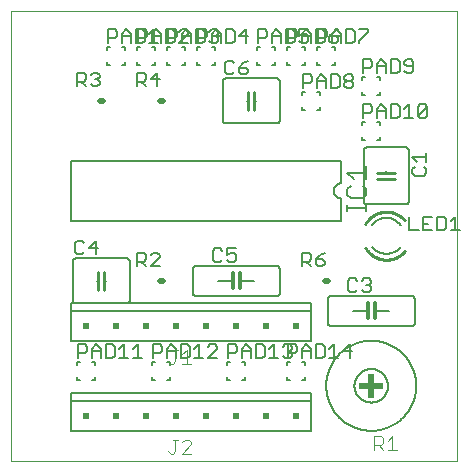
<source format=gto>
G75*
%MOIN*%
%OFA0B0*%
%FSLAX25Y25*%
%IPPOS*%
%LPD*%
%AMOC8*
5,1,8,0,0,1.08239X$1,22.5*
%
%ADD10C,0.00000*%
%ADD11C,0.00600*%
%ADD12C,0.00700*%
%ADD13C,0.00500*%
%ADD14C,0.01000*%
%ADD15C,0.01200*%
%ADD16C,0.00400*%
%ADD17R,0.02000X0.02000*%
%ADD18R,0.08000X0.02000*%
%ADD19R,0.02000X0.08000*%
%ADD20C,0.02000*%
D10*
X0001000Y0001000D02*
X0001000Y0150961D01*
X0149701Y0150961D01*
X0149701Y0001000D01*
X0001000Y0001000D01*
D11*
X0021000Y0011000D02*
X0021000Y0021000D01*
X0021000Y0023500D01*
X0101000Y0023500D01*
X0101000Y0021000D01*
X0101000Y0011000D01*
X0021000Y0011000D01*
X0021000Y0021000D02*
X0101000Y0021000D01*
X0099000Y0028000D02*
X0098000Y0028000D01*
X0099000Y0028000D02*
X0099000Y0029000D01*
X0099000Y0033000D02*
X0099000Y0034000D01*
X0098000Y0034000D01*
X0094000Y0034000D02*
X0093000Y0034000D01*
X0093000Y0033000D01*
X0093000Y0029000D02*
X0093000Y0028000D01*
X0094000Y0028000D01*
X0101000Y0041000D02*
X0021000Y0041000D01*
X0021000Y0051000D01*
X0021000Y0053500D01*
X0101000Y0053500D01*
X0101000Y0051000D01*
X0101000Y0041000D01*
X0106500Y0047000D02*
X0106500Y0055000D01*
X0106502Y0055060D01*
X0106507Y0055121D01*
X0106516Y0055180D01*
X0106529Y0055239D01*
X0106545Y0055298D01*
X0106565Y0055355D01*
X0106588Y0055410D01*
X0106615Y0055465D01*
X0106644Y0055517D01*
X0106677Y0055568D01*
X0106713Y0055617D01*
X0106751Y0055663D01*
X0106793Y0055707D01*
X0106837Y0055749D01*
X0106883Y0055787D01*
X0106932Y0055823D01*
X0106983Y0055856D01*
X0107035Y0055885D01*
X0107090Y0055912D01*
X0107145Y0055935D01*
X0107202Y0055955D01*
X0107261Y0055971D01*
X0107320Y0055984D01*
X0107379Y0055993D01*
X0107440Y0055998D01*
X0107500Y0056000D01*
X0134500Y0056000D01*
X0134560Y0055998D01*
X0134621Y0055993D01*
X0134680Y0055984D01*
X0134739Y0055971D01*
X0134798Y0055955D01*
X0134855Y0055935D01*
X0134910Y0055912D01*
X0134965Y0055885D01*
X0135017Y0055856D01*
X0135068Y0055823D01*
X0135117Y0055787D01*
X0135163Y0055749D01*
X0135207Y0055707D01*
X0135249Y0055663D01*
X0135287Y0055617D01*
X0135323Y0055568D01*
X0135356Y0055517D01*
X0135385Y0055465D01*
X0135412Y0055410D01*
X0135435Y0055355D01*
X0135455Y0055298D01*
X0135471Y0055239D01*
X0135484Y0055180D01*
X0135493Y0055121D01*
X0135498Y0055060D01*
X0135500Y0055000D01*
X0135500Y0047000D01*
X0135498Y0046940D01*
X0135493Y0046879D01*
X0135484Y0046820D01*
X0135471Y0046761D01*
X0135455Y0046702D01*
X0135435Y0046645D01*
X0135412Y0046590D01*
X0135385Y0046535D01*
X0135356Y0046483D01*
X0135323Y0046432D01*
X0135287Y0046383D01*
X0135249Y0046337D01*
X0135207Y0046293D01*
X0135163Y0046251D01*
X0135117Y0046213D01*
X0135068Y0046177D01*
X0135017Y0046144D01*
X0134965Y0046115D01*
X0134910Y0046088D01*
X0134855Y0046065D01*
X0134798Y0046045D01*
X0134739Y0046029D01*
X0134680Y0046016D01*
X0134621Y0046007D01*
X0134560Y0046002D01*
X0134500Y0046000D01*
X0107500Y0046000D01*
X0107440Y0046002D01*
X0107379Y0046007D01*
X0107320Y0046016D01*
X0107261Y0046029D01*
X0107202Y0046045D01*
X0107145Y0046065D01*
X0107090Y0046088D01*
X0107035Y0046115D01*
X0106983Y0046144D01*
X0106932Y0046177D01*
X0106883Y0046213D01*
X0106837Y0046251D01*
X0106793Y0046293D01*
X0106751Y0046337D01*
X0106713Y0046383D01*
X0106677Y0046432D01*
X0106644Y0046483D01*
X0106615Y0046535D01*
X0106588Y0046590D01*
X0106565Y0046645D01*
X0106545Y0046702D01*
X0106529Y0046761D01*
X0106516Y0046820D01*
X0106507Y0046879D01*
X0106502Y0046940D01*
X0106500Y0047000D01*
X0101000Y0051000D02*
X0021000Y0051000D01*
X0022500Y0053500D02*
X0039500Y0053500D01*
X0039560Y0053502D01*
X0039621Y0053507D01*
X0039680Y0053516D01*
X0039739Y0053529D01*
X0039798Y0053545D01*
X0039855Y0053565D01*
X0039910Y0053588D01*
X0039965Y0053615D01*
X0040017Y0053644D01*
X0040068Y0053677D01*
X0040117Y0053713D01*
X0040163Y0053751D01*
X0040207Y0053793D01*
X0040249Y0053837D01*
X0040287Y0053883D01*
X0040323Y0053932D01*
X0040356Y0053983D01*
X0040385Y0054035D01*
X0040412Y0054090D01*
X0040435Y0054145D01*
X0040455Y0054202D01*
X0040471Y0054261D01*
X0040484Y0054320D01*
X0040493Y0054379D01*
X0040498Y0054440D01*
X0040500Y0054500D01*
X0040500Y0067500D01*
X0040498Y0067560D01*
X0040493Y0067621D01*
X0040484Y0067680D01*
X0040471Y0067739D01*
X0040455Y0067798D01*
X0040435Y0067855D01*
X0040412Y0067910D01*
X0040385Y0067965D01*
X0040356Y0068017D01*
X0040323Y0068068D01*
X0040287Y0068117D01*
X0040249Y0068163D01*
X0040207Y0068207D01*
X0040163Y0068249D01*
X0040117Y0068287D01*
X0040068Y0068323D01*
X0040017Y0068356D01*
X0039965Y0068385D01*
X0039910Y0068412D01*
X0039855Y0068435D01*
X0039798Y0068455D01*
X0039739Y0068471D01*
X0039680Y0068484D01*
X0039621Y0068493D01*
X0039560Y0068498D01*
X0039500Y0068500D01*
X0022500Y0068500D01*
X0022440Y0068498D01*
X0022379Y0068493D01*
X0022320Y0068484D01*
X0022261Y0068471D01*
X0022202Y0068455D01*
X0022145Y0068435D01*
X0022090Y0068412D01*
X0022035Y0068385D01*
X0021983Y0068356D01*
X0021932Y0068323D01*
X0021883Y0068287D01*
X0021837Y0068249D01*
X0021793Y0068207D01*
X0021751Y0068163D01*
X0021713Y0068117D01*
X0021677Y0068068D01*
X0021644Y0068017D01*
X0021615Y0067965D01*
X0021588Y0067910D01*
X0021565Y0067855D01*
X0021545Y0067798D01*
X0021529Y0067739D01*
X0021516Y0067680D01*
X0021507Y0067621D01*
X0021502Y0067560D01*
X0021500Y0067500D01*
X0021500Y0054500D01*
X0021502Y0054440D01*
X0021507Y0054379D01*
X0021516Y0054320D01*
X0021529Y0054261D01*
X0021545Y0054202D01*
X0021565Y0054145D01*
X0021588Y0054090D01*
X0021615Y0054035D01*
X0021644Y0053983D01*
X0021677Y0053932D01*
X0021713Y0053883D01*
X0021751Y0053837D01*
X0021793Y0053793D01*
X0021837Y0053751D01*
X0021883Y0053713D01*
X0021932Y0053677D01*
X0021983Y0053644D01*
X0022035Y0053615D01*
X0022090Y0053588D01*
X0022145Y0053565D01*
X0022202Y0053545D01*
X0022261Y0053529D01*
X0022320Y0053516D01*
X0022379Y0053507D01*
X0022440Y0053502D01*
X0022500Y0053500D01*
X0029500Y0061000D02*
X0030000Y0061000D01*
X0032000Y0061000D02*
X0032500Y0061000D01*
X0021000Y0081000D02*
X0111000Y0081000D01*
X0111000Y0088500D01*
X0110902Y0088502D01*
X0110804Y0088508D01*
X0110706Y0088517D01*
X0110609Y0088531D01*
X0110512Y0088548D01*
X0110416Y0088569D01*
X0110321Y0088594D01*
X0110227Y0088622D01*
X0110135Y0088655D01*
X0110043Y0088690D01*
X0109953Y0088730D01*
X0109865Y0088772D01*
X0109778Y0088819D01*
X0109694Y0088868D01*
X0109611Y0088921D01*
X0109531Y0088977D01*
X0109452Y0089037D01*
X0109376Y0089099D01*
X0109303Y0089164D01*
X0109232Y0089232D01*
X0109164Y0089303D01*
X0109099Y0089376D01*
X0109037Y0089452D01*
X0108977Y0089531D01*
X0108921Y0089611D01*
X0108868Y0089694D01*
X0108819Y0089778D01*
X0108772Y0089865D01*
X0108730Y0089953D01*
X0108690Y0090043D01*
X0108655Y0090135D01*
X0108622Y0090227D01*
X0108594Y0090321D01*
X0108569Y0090416D01*
X0108548Y0090512D01*
X0108531Y0090609D01*
X0108517Y0090706D01*
X0108508Y0090804D01*
X0108502Y0090902D01*
X0108500Y0091000D01*
X0108502Y0091098D01*
X0108508Y0091196D01*
X0108517Y0091294D01*
X0108531Y0091391D01*
X0108548Y0091488D01*
X0108569Y0091584D01*
X0108594Y0091679D01*
X0108622Y0091773D01*
X0108655Y0091865D01*
X0108690Y0091957D01*
X0108730Y0092047D01*
X0108772Y0092135D01*
X0108819Y0092222D01*
X0108868Y0092306D01*
X0108921Y0092389D01*
X0108977Y0092469D01*
X0109037Y0092548D01*
X0109099Y0092624D01*
X0109164Y0092697D01*
X0109232Y0092768D01*
X0109303Y0092836D01*
X0109376Y0092901D01*
X0109452Y0092963D01*
X0109531Y0093023D01*
X0109611Y0093079D01*
X0109694Y0093132D01*
X0109778Y0093181D01*
X0109865Y0093228D01*
X0109953Y0093270D01*
X0110043Y0093310D01*
X0110135Y0093345D01*
X0110227Y0093378D01*
X0110321Y0093406D01*
X0110416Y0093431D01*
X0110512Y0093452D01*
X0110609Y0093469D01*
X0110706Y0093483D01*
X0110804Y0093492D01*
X0110902Y0093498D01*
X0111000Y0093500D01*
X0111000Y0101000D01*
X0021000Y0101000D01*
X0021000Y0081000D01*
X0061500Y0065000D02*
X0061500Y0057000D01*
X0061502Y0056940D01*
X0061507Y0056879D01*
X0061516Y0056820D01*
X0061529Y0056761D01*
X0061545Y0056702D01*
X0061565Y0056645D01*
X0061588Y0056590D01*
X0061615Y0056535D01*
X0061644Y0056483D01*
X0061677Y0056432D01*
X0061713Y0056383D01*
X0061751Y0056337D01*
X0061793Y0056293D01*
X0061837Y0056251D01*
X0061883Y0056213D01*
X0061932Y0056177D01*
X0061983Y0056144D01*
X0062035Y0056115D01*
X0062090Y0056088D01*
X0062145Y0056065D01*
X0062202Y0056045D01*
X0062261Y0056029D01*
X0062320Y0056016D01*
X0062379Y0056007D01*
X0062440Y0056002D01*
X0062500Y0056000D01*
X0089500Y0056000D01*
X0089560Y0056002D01*
X0089621Y0056007D01*
X0089680Y0056016D01*
X0089739Y0056029D01*
X0089798Y0056045D01*
X0089855Y0056065D01*
X0089910Y0056088D01*
X0089965Y0056115D01*
X0090017Y0056144D01*
X0090068Y0056177D01*
X0090117Y0056213D01*
X0090163Y0056251D01*
X0090207Y0056293D01*
X0090249Y0056337D01*
X0090287Y0056383D01*
X0090323Y0056432D01*
X0090356Y0056483D01*
X0090385Y0056535D01*
X0090412Y0056590D01*
X0090435Y0056645D01*
X0090455Y0056702D01*
X0090471Y0056761D01*
X0090484Y0056820D01*
X0090493Y0056879D01*
X0090498Y0056940D01*
X0090500Y0057000D01*
X0090500Y0065000D01*
X0090498Y0065060D01*
X0090493Y0065121D01*
X0090484Y0065180D01*
X0090471Y0065239D01*
X0090455Y0065298D01*
X0090435Y0065355D01*
X0090412Y0065410D01*
X0090385Y0065465D01*
X0090356Y0065517D01*
X0090323Y0065568D01*
X0090287Y0065617D01*
X0090249Y0065663D01*
X0090207Y0065707D01*
X0090163Y0065749D01*
X0090117Y0065787D01*
X0090068Y0065823D01*
X0090017Y0065856D01*
X0089965Y0065885D01*
X0089910Y0065912D01*
X0089855Y0065935D01*
X0089798Y0065955D01*
X0089739Y0065971D01*
X0089680Y0065984D01*
X0089621Y0065993D01*
X0089560Y0065998D01*
X0089500Y0066000D01*
X0062500Y0066000D01*
X0062440Y0065998D01*
X0062379Y0065993D01*
X0062320Y0065984D01*
X0062261Y0065971D01*
X0062202Y0065955D01*
X0062145Y0065935D01*
X0062090Y0065912D01*
X0062035Y0065885D01*
X0061983Y0065856D01*
X0061932Y0065823D01*
X0061883Y0065787D01*
X0061837Y0065749D01*
X0061793Y0065707D01*
X0061751Y0065663D01*
X0061713Y0065617D01*
X0061677Y0065568D01*
X0061644Y0065517D01*
X0061615Y0065465D01*
X0061588Y0065410D01*
X0061565Y0065355D01*
X0061545Y0065298D01*
X0061529Y0065239D01*
X0061516Y0065180D01*
X0061507Y0065121D01*
X0061502Y0065060D01*
X0061500Y0065000D01*
X0070000Y0061000D02*
X0074800Y0061000D01*
X0077300Y0061000D02*
X0082000Y0061000D01*
X0079000Y0034000D02*
X0078000Y0034000D01*
X0079000Y0034000D02*
X0079000Y0033000D01*
X0079000Y0029000D02*
X0079000Y0028000D01*
X0078000Y0028000D01*
X0074000Y0028000D02*
X0073000Y0028000D01*
X0073000Y0029000D01*
X0073000Y0033000D02*
X0073000Y0034000D01*
X0074000Y0034000D01*
X0054000Y0034000D02*
X0054000Y0033000D01*
X0054000Y0034000D02*
X0053000Y0034000D01*
X0049000Y0034000D02*
X0048000Y0034000D01*
X0048000Y0033000D01*
X0048000Y0029000D02*
X0048000Y0028000D01*
X0049000Y0028000D01*
X0053000Y0028000D02*
X0054000Y0028000D01*
X0054000Y0029000D01*
X0029000Y0029000D02*
X0029000Y0028000D01*
X0028000Y0028000D01*
X0024000Y0028000D02*
X0023000Y0028000D01*
X0023000Y0029000D01*
X0023000Y0033000D02*
X0023000Y0034000D01*
X0024000Y0034000D01*
X0028000Y0034000D02*
X0029000Y0034000D01*
X0029000Y0033000D01*
X0072500Y0113500D02*
X0089500Y0113500D01*
X0089560Y0113502D01*
X0089621Y0113507D01*
X0089680Y0113516D01*
X0089739Y0113529D01*
X0089798Y0113545D01*
X0089855Y0113565D01*
X0089910Y0113588D01*
X0089965Y0113615D01*
X0090017Y0113644D01*
X0090068Y0113677D01*
X0090117Y0113713D01*
X0090163Y0113751D01*
X0090207Y0113793D01*
X0090249Y0113837D01*
X0090287Y0113883D01*
X0090323Y0113932D01*
X0090356Y0113983D01*
X0090385Y0114035D01*
X0090412Y0114090D01*
X0090435Y0114145D01*
X0090455Y0114202D01*
X0090471Y0114261D01*
X0090484Y0114320D01*
X0090493Y0114379D01*
X0090498Y0114440D01*
X0090500Y0114500D01*
X0090500Y0127500D01*
X0090498Y0127560D01*
X0090493Y0127621D01*
X0090484Y0127680D01*
X0090471Y0127739D01*
X0090455Y0127798D01*
X0090435Y0127855D01*
X0090412Y0127910D01*
X0090385Y0127965D01*
X0090356Y0128017D01*
X0090323Y0128068D01*
X0090287Y0128117D01*
X0090249Y0128163D01*
X0090207Y0128207D01*
X0090163Y0128249D01*
X0090117Y0128287D01*
X0090068Y0128323D01*
X0090017Y0128356D01*
X0089965Y0128385D01*
X0089910Y0128412D01*
X0089855Y0128435D01*
X0089798Y0128455D01*
X0089739Y0128471D01*
X0089680Y0128484D01*
X0089621Y0128493D01*
X0089560Y0128498D01*
X0089500Y0128500D01*
X0072500Y0128500D01*
X0072440Y0128498D01*
X0072379Y0128493D01*
X0072320Y0128484D01*
X0072261Y0128471D01*
X0072202Y0128455D01*
X0072145Y0128435D01*
X0072090Y0128412D01*
X0072035Y0128385D01*
X0071983Y0128356D01*
X0071932Y0128323D01*
X0071883Y0128287D01*
X0071837Y0128249D01*
X0071793Y0128207D01*
X0071751Y0128163D01*
X0071713Y0128117D01*
X0071677Y0128068D01*
X0071644Y0128017D01*
X0071615Y0127965D01*
X0071588Y0127910D01*
X0071565Y0127855D01*
X0071545Y0127798D01*
X0071529Y0127739D01*
X0071516Y0127680D01*
X0071507Y0127621D01*
X0071502Y0127560D01*
X0071500Y0127500D01*
X0071500Y0114500D01*
X0071502Y0114440D01*
X0071507Y0114379D01*
X0071516Y0114320D01*
X0071529Y0114261D01*
X0071545Y0114202D01*
X0071565Y0114145D01*
X0071588Y0114090D01*
X0071615Y0114035D01*
X0071644Y0113983D01*
X0071677Y0113932D01*
X0071713Y0113883D01*
X0071751Y0113837D01*
X0071793Y0113793D01*
X0071837Y0113751D01*
X0071883Y0113713D01*
X0071932Y0113677D01*
X0071983Y0113644D01*
X0072035Y0113615D01*
X0072090Y0113588D01*
X0072145Y0113565D01*
X0072202Y0113545D01*
X0072261Y0113529D01*
X0072320Y0113516D01*
X0072379Y0113507D01*
X0072440Y0113502D01*
X0072500Y0113500D01*
X0079500Y0121000D02*
X0080000Y0121000D01*
X0082000Y0121000D02*
X0082500Y0121000D01*
X0083000Y0133000D02*
X0084000Y0133000D01*
X0083000Y0133000D02*
X0083000Y0134000D01*
X0083000Y0138000D02*
X0083000Y0139000D01*
X0084000Y0139000D01*
X0088000Y0139000D02*
X0089000Y0139000D01*
X0089000Y0138000D01*
X0089000Y0134000D02*
X0089000Y0133000D01*
X0088000Y0133000D01*
X0093000Y0133000D02*
X0094000Y0133000D01*
X0093000Y0133000D02*
X0093000Y0134000D01*
X0093000Y0138000D02*
X0093000Y0139000D01*
X0094000Y0139000D01*
X0098000Y0139000D02*
X0099000Y0139000D01*
X0099000Y0138000D01*
X0099000Y0134000D02*
X0099000Y0133000D01*
X0098000Y0133000D01*
X0103000Y0133000D02*
X0104000Y0133000D01*
X0103000Y0133000D02*
X0103000Y0134000D01*
X0103000Y0138000D02*
X0103000Y0139000D01*
X0104000Y0139000D01*
X0108000Y0139000D02*
X0109000Y0139000D01*
X0109000Y0138000D01*
X0109000Y0134000D02*
X0109000Y0133000D01*
X0108000Y0133000D01*
X0104000Y0124000D02*
X0103000Y0124000D01*
X0104000Y0124000D02*
X0104000Y0123000D01*
X0104000Y0119000D02*
X0104000Y0118000D01*
X0103000Y0118000D01*
X0099000Y0118000D02*
X0098000Y0118000D01*
X0098000Y0119000D01*
X0098000Y0123000D02*
X0098000Y0124000D01*
X0099000Y0124000D01*
X0118000Y0124000D02*
X0118000Y0123000D01*
X0119000Y0123000D01*
X0123000Y0123000D02*
X0124000Y0123000D01*
X0124000Y0124000D01*
X0124000Y0128000D02*
X0124000Y0129000D01*
X0123000Y0129000D01*
X0119000Y0129000D02*
X0118000Y0129000D01*
X0118000Y0128000D01*
X0118000Y0114000D02*
X0118000Y0113000D01*
X0118000Y0114000D02*
X0119000Y0114000D01*
X0123000Y0114000D02*
X0124000Y0114000D01*
X0124000Y0113000D01*
X0124000Y0109000D02*
X0124000Y0108000D01*
X0123000Y0108000D01*
X0119500Y0105500D02*
X0132500Y0105500D01*
X0132560Y0105498D01*
X0132621Y0105493D01*
X0132680Y0105484D01*
X0132739Y0105471D01*
X0132798Y0105455D01*
X0132855Y0105435D01*
X0132910Y0105412D01*
X0132965Y0105385D01*
X0133017Y0105356D01*
X0133068Y0105323D01*
X0133117Y0105287D01*
X0133163Y0105249D01*
X0133207Y0105207D01*
X0133249Y0105163D01*
X0133287Y0105117D01*
X0133323Y0105068D01*
X0133356Y0105017D01*
X0133385Y0104965D01*
X0133412Y0104910D01*
X0133435Y0104855D01*
X0133455Y0104798D01*
X0133471Y0104739D01*
X0133484Y0104680D01*
X0133493Y0104621D01*
X0133498Y0104560D01*
X0133500Y0104500D01*
X0133500Y0087500D01*
X0133498Y0087440D01*
X0133493Y0087379D01*
X0133484Y0087320D01*
X0133471Y0087261D01*
X0133455Y0087202D01*
X0133435Y0087145D01*
X0133412Y0087090D01*
X0133385Y0087035D01*
X0133356Y0086983D01*
X0133323Y0086932D01*
X0133287Y0086883D01*
X0133249Y0086837D01*
X0133207Y0086793D01*
X0133163Y0086751D01*
X0133117Y0086713D01*
X0133068Y0086677D01*
X0133017Y0086644D01*
X0132965Y0086615D01*
X0132910Y0086588D01*
X0132855Y0086565D01*
X0132798Y0086545D01*
X0132739Y0086529D01*
X0132680Y0086516D01*
X0132621Y0086507D01*
X0132560Y0086502D01*
X0132500Y0086500D01*
X0119500Y0086500D01*
X0119440Y0086502D01*
X0119379Y0086507D01*
X0119320Y0086516D01*
X0119261Y0086529D01*
X0119202Y0086545D01*
X0119145Y0086565D01*
X0119090Y0086588D01*
X0119035Y0086615D01*
X0118983Y0086644D01*
X0118932Y0086677D01*
X0118883Y0086713D01*
X0118837Y0086751D01*
X0118793Y0086793D01*
X0118751Y0086837D01*
X0118713Y0086883D01*
X0118677Y0086932D01*
X0118644Y0086983D01*
X0118615Y0087035D01*
X0118588Y0087090D01*
X0118565Y0087145D01*
X0118545Y0087202D01*
X0118529Y0087261D01*
X0118516Y0087320D01*
X0118507Y0087379D01*
X0118502Y0087440D01*
X0118500Y0087500D01*
X0118500Y0104500D01*
X0118502Y0104560D01*
X0118507Y0104621D01*
X0118516Y0104680D01*
X0118529Y0104739D01*
X0118545Y0104798D01*
X0118565Y0104855D01*
X0118588Y0104910D01*
X0118615Y0104965D01*
X0118644Y0105017D01*
X0118677Y0105068D01*
X0118713Y0105117D01*
X0118751Y0105163D01*
X0118793Y0105207D01*
X0118837Y0105249D01*
X0118883Y0105287D01*
X0118932Y0105323D01*
X0118983Y0105356D01*
X0119035Y0105385D01*
X0119090Y0105412D01*
X0119145Y0105435D01*
X0119202Y0105455D01*
X0119261Y0105471D01*
X0119320Y0105484D01*
X0119379Y0105493D01*
X0119440Y0105498D01*
X0119500Y0105500D01*
X0119000Y0108000D02*
X0118000Y0108000D01*
X0118000Y0109000D01*
X0126000Y0097500D02*
X0126000Y0097000D01*
X0126000Y0095000D02*
X0126000Y0094500D01*
X0121264Y0072317D02*
X0121358Y0072198D01*
X0121456Y0072082D01*
X0121556Y0071968D01*
X0121660Y0071857D01*
X0121766Y0071749D01*
X0121874Y0071643D01*
X0121986Y0071541D01*
X0122100Y0071441D01*
X0122216Y0071343D01*
X0122335Y0071249D01*
X0122456Y0071158D01*
X0122580Y0071070D01*
X0122706Y0070985D01*
X0122833Y0070904D01*
X0122963Y0070825D01*
X0123095Y0070750D01*
X0123228Y0070679D01*
X0123364Y0070610D01*
X0123501Y0070545D01*
X0123639Y0070484D01*
X0123780Y0070426D01*
X0123921Y0070372D01*
X0124064Y0070321D01*
X0124208Y0070274D01*
X0124353Y0070230D01*
X0124500Y0070191D01*
X0124647Y0070155D01*
X0124795Y0070122D01*
X0124944Y0070094D01*
X0125094Y0070069D01*
X0125244Y0070048D01*
X0125394Y0070031D01*
X0125546Y0070017D01*
X0125697Y0070008D01*
X0125848Y0070002D01*
X0126000Y0070000D01*
X0121200Y0079600D02*
X0121292Y0079719D01*
X0121386Y0079836D01*
X0121484Y0079950D01*
X0121584Y0080062D01*
X0121688Y0080172D01*
X0121793Y0080278D01*
X0121902Y0080383D01*
X0122013Y0080484D01*
X0122127Y0080582D01*
X0122243Y0080678D01*
X0122361Y0080771D01*
X0122482Y0080860D01*
X0122605Y0080947D01*
X0122730Y0081030D01*
X0122857Y0081111D01*
X0122986Y0081188D01*
X0123117Y0081262D01*
X0123250Y0081333D01*
X0123384Y0081400D01*
X0123520Y0081464D01*
X0123658Y0081524D01*
X0123797Y0081581D01*
X0123938Y0081634D01*
X0124080Y0081684D01*
X0124223Y0081731D01*
X0124367Y0081773D01*
X0124512Y0081813D01*
X0124658Y0081848D01*
X0124805Y0081880D01*
X0124953Y0081908D01*
X0125101Y0081932D01*
X0125250Y0081953D01*
X0125400Y0081970D01*
X0125549Y0081983D01*
X0125699Y0081992D01*
X0125850Y0081998D01*
X0126000Y0082000D01*
X0130736Y0072317D02*
X0130642Y0072198D01*
X0130544Y0072082D01*
X0130444Y0071968D01*
X0130340Y0071857D01*
X0130234Y0071749D01*
X0130126Y0071643D01*
X0130014Y0071541D01*
X0129900Y0071441D01*
X0129784Y0071343D01*
X0129665Y0071249D01*
X0129544Y0071158D01*
X0129420Y0071070D01*
X0129294Y0070985D01*
X0129167Y0070904D01*
X0129037Y0070825D01*
X0128905Y0070750D01*
X0128772Y0070679D01*
X0128636Y0070610D01*
X0128499Y0070545D01*
X0128361Y0070484D01*
X0128220Y0070426D01*
X0128079Y0070372D01*
X0127936Y0070321D01*
X0127792Y0070274D01*
X0127647Y0070230D01*
X0127500Y0070191D01*
X0127353Y0070155D01*
X0127205Y0070122D01*
X0127056Y0070094D01*
X0126906Y0070069D01*
X0126756Y0070048D01*
X0126606Y0070031D01*
X0126454Y0070017D01*
X0126303Y0070008D01*
X0126152Y0070002D01*
X0126000Y0070000D01*
X0130882Y0079487D02*
X0130791Y0079612D01*
X0130697Y0079734D01*
X0130599Y0079853D01*
X0130499Y0079970D01*
X0130395Y0080084D01*
X0130289Y0080196D01*
X0130180Y0080304D01*
X0130068Y0080410D01*
X0129953Y0080513D01*
X0129836Y0080613D01*
X0129716Y0080711D01*
X0129594Y0080804D01*
X0129470Y0080895D01*
X0129343Y0080983D01*
X0129214Y0081067D01*
X0129082Y0081148D01*
X0128949Y0081225D01*
X0128814Y0081299D01*
X0128677Y0081370D01*
X0128538Y0081437D01*
X0128398Y0081500D01*
X0128255Y0081560D01*
X0128112Y0081616D01*
X0127967Y0081668D01*
X0127821Y0081717D01*
X0127673Y0081762D01*
X0127525Y0081803D01*
X0127375Y0081840D01*
X0127225Y0081874D01*
X0127073Y0081903D01*
X0126921Y0081929D01*
X0126769Y0081951D01*
X0126616Y0081968D01*
X0126462Y0081982D01*
X0126308Y0081992D01*
X0126154Y0081998D01*
X0126000Y0082000D01*
X0127000Y0051000D02*
X0122300Y0051000D01*
X0119800Y0051000D02*
X0115000Y0051000D01*
X0115410Y0026000D02*
X0115412Y0026149D01*
X0115418Y0026299D01*
X0115428Y0026448D01*
X0115442Y0026597D01*
X0115460Y0026745D01*
X0115482Y0026893D01*
X0115508Y0027040D01*
X0115537Y0027187D01*
X0115571Y0027332D01*
X0115609Y0027477D01*
X0115650Y0027620D01*
X0115695Y0027763D01*
X0115744Y0027904D01*
X0115797Y0028044D01*
X0115854Y0028182D01*
X0115914Y0028319D01*
X0115978Y0028454D01*
X0116045Y0028588D01*
X0116116Y0028719D01*
X0116190Y0028849D01*
X0116268Y0028976D01*
X0116349Y0029102D01*
X0116434Y0029225D01*
X0116522Y0029346D01*
X0116613Y0029464D01*
X0116707Y0029580D01*
X0116804Y0029694D01*
X0116905Y0029805D01*
X0117008Y0029913D01*
X0117114Y0030018D01*
X0117223Y0030121D01*
X0117334Y0030220D01*
X0117448Y0030317D01*
X0117565Y0030410D01*
X0117684Y0030500D01*
X0117806Y0030587D01*
X0117929Y0030671D01*
X0118055Y0030752D01*
X0118183Y0030829D01*
X0118314Y0030902D01*
X0118446Y0030972D01*
X0118579Y0031039D01*
X0118715Y0031102D01*
X0118852Y0031161D01*
X0118991Y0031216D01*
X0119131Y0031268D01*
X0119273Y0031316D01*
X0119415Y0031361D01*
X0119559Y0031401D01*
X0119704Y0031438D01*
X0119850Y0031470D01*
X0119997Y0031499D01*
X0120144Y0031524D01*
X0120292Y0031545D01*
X0120440Y0031562D01*
X0120589Y0031575D01*
X0120739Y0031584D01*
X0120888Y0031589D01*
X0121037Y0031590D01*
X0121187Y0031587D01*
X0121336Y0031580D01*
X0121485Y0031569D01*
X0121634Y0031554D01*
X0121782Y0031535D01*
X0121930Y0031512D01*
X0122077Y0031485D01*
X0122223Y0031455D01*
X0122368Y0031420D01*
X0122513Y0031381D01*
X0122656Y0031339D01*
X0122798Y0031293D01*
X0122939Y0031243D01*
X0123079Y0031189D01*
X0123217Y0031132D01*
X0123353Y0031071D01*
X0123488Y0031006D01*
X0123621Y0030938D01*
X0123752Y0030866D01*
X0123881Y0030790D01*
X0124008Y0030712D01*
X0124133Y0030630D01*
X0124255Y0030544D01*
X0124376Y0030456D01*
X0124494Y0030364D01*
X0124609Y0030269D01*
X0124722Y0030171D01*
X0124832Y0030070D01*
X0124939Y0029966D01*
X0125044Y0029859D01*
X0125146Y0029750D01*
X0125245Y0029638D01*
X0125340Y0029523D01*
X0125433Y0029405D01*
X0125522Y0029286D01*
X0125609Y0029164D01*
X0125692Y0029039D01*
X0125771Y0028913D01*
X0125847Y0028784D01*
X0125920Y0028654D01*
X0125989Y0028521D01*
X0126055Y0028387D01*
X0126117Y0028251D01*
X0126175Y0028113D01*
X0126230Y0027974D01*
X0126281Y0027834D01*
X0126328Y0027692D01*
X0126371Y0027549D01*
X0126411Y0027405D01*
X0126446Y0027259D01*
X0126478Y0027113D01*
X0126506Y0026967D01*
X0126530Y0026819D01*
X0126550Y0026671D01*
X0126566Y0026522D01*
X0126578Y0026373D01*
X0126586Y0026224D01*
X0126590Y0026075D01*
X0126590Y0025925D01*
X0126586Y0025776D01*
X0126578Y0025627D01*
X0126566Y0025478D01*
X0126550Y0025329D01*
X0126530Y0025181D01*
X0126506Y0025033D01*
X0126478Y0024887D01*
X0126446Y0024741D01*
X0126411Y0024595D01*
X0126371Y0024451D01*
X0126328Y0024308D01*
X0126281Y0024166D01*
X0126230Y0024026D01*
X0126175Y0023887D01*
X0126117Y0023749D01*
X0126055Y0023613D01*
X0125989Y0023479D01*
X0125920Y0023346D01*
X0125847Y0023216D01*
X0125771Y0023087D01*
X0125692Y0022961D01*
X0125609Y0022836D01*
X0125522Y0022714D01*
X0125433Y0022595D01*
X0125340Y0022477D01*
X0125245Y0022362D01*
X0125146Y0022250D01*
X0125044Y0022141D01*
X0124939Y0022034D01*
X0124832Y0021930D01*
X0124722Y0021829D01*
X0124609Y0021731D01*
X0124494Y0021636D01*
X0124376Y0021544D01*
X0124255Y0021456D01*
X0124133Y0021370D01*
X0124008Y0021288D01*
X0123881Y0021210D01*
X0123752Y0021134D01*
X0123621Y0021062D01*
X0123488Y0020994D01*
X0123353Y0020929D01*
X0123217Y0020868D01*
X0123079Y0020811D01*
X0122939Y0020757D01*
X0122798Y0020707D01*
X0122656Y0020661D01*
X0122513Y0020619D01*
X0122368Y0020580D01*
X0122223Y0020545D01*
X0122077Y0020515D01*
X0121930Y0020488D01*
X0121782Y0020465D01*
X0121634Y0020446D01*
X0121485Y0020431D01*
X0121336Y0020420D01*
X0121187Y0020413D01*
X0121037Y0020410D01*
X0120888Y0020411D01*
X0120739Y0020416D01*
X0120589Y0020425D01*
X0120440Y0020438D01*
X0120292Y0020455D01*
X0120144Y0020476D01*
X0119997Y0020501D01*
X0119850Y0020530D01*
X0119704Y0020562D01*
X0119559Y0020599D01*
X0119415Y0020639D01*
X0119273Y0020684D01*
X0119131Y0020732D01*
X0118991Y0020784D01*
X0118852Y0020839D01*
X0118715Y0020898D01*
X0118579Y0020961D01*
X0118446Y0021028D01*
X0118314Y0021098D01*
X0118183Y0021171D01*
X0118055Y0021248D01*
X0117929Y0021329D01*
X0117806Y0021413D01*
X0117684Y0021500D01*
X0117565Y0021590D01*
X0117448Y0021683D01*
X0117334Y0021780D01*
X0117223Y0021879D01*
X0117114Y0021982D01*
X0117008Y0022087D01*
X0116905Y0022195D01*
X0116804Y0022306D01*
X0116707Y0022420D01*
X0116613Y0022536D01*
X0116522Y0022654D01*
X0116434Y0022775D01*
X0116349Y0022898D01*
X0116268Y0023024D01*
X0116190Y0023151D01*
X0116116Y0023281D01*
X0116045Y0023412D01*
X0115978Y0023546D01*
X0115914Y0023681D01*
X0115854Y0023818D01*
X0115797Y0023956D01*
X0115744Y0024096D01*
X0115695Y0024237D01*
X0115650Y0024380D01*
X0115609Y0024523D01*
X0115571Y0024668D01*
X0115537Y0024813D01*
X0115508Y0024960D01*
X0115482Y0025107D01*
X0115460Y0025255D01*
X0115442Y0025403D01*
X0115428Y0025552D01*
X0115418Y0025701D01*
X0115412Y0025851D01*
X0115410Y0026000D01*
X0106000Y0026000D02*
X0106005Y0026368D01*
X0106018Y0026736D01*
X0106041Y0027103D01*
X0106072Y0027470D01*
X0106113Y0027836D01*
X0106162Y0028201D01*
X0106221Y0028564D01*
X0106288Y0028926D01*
X0106364Y0029287D01*
X0106450Y0029645D01*
X0106543Y0030001D01*
X0106646Y0030354D01*
X0106757Y0030705D01*
X0106877Y0031053D01*
X0107005Y0031398D01*
X0107142Y0031740D01*
X0107287Y0032079D01*
X0107440Y0032413D01*
X0107602Y0032744D01*
X0107771Y0033071D01*
X0107949Y0033393D01*
X0108134Y0033712D01*
X0108327Y0034025D01*
X0108528Y0034334D01*
X0108736Y0034637D01*
X0108952Y0034935D01*
X0109175Y0035228D01*
X0109405Y0035516D01*
X0109642Y0035798D01*
X0109886Y0036073D01*
X0110136Y0036343D01*
X0110393Y0036607D01*
X0110657Y0036864D01*
X0110927Y0037114D01*
X0111202Y0037358D01*
X0111484Y0037595D01*
X0111772Y0037825D01*
X0112065Y0038048D01*
X0112363Y0038264D01*
X0112666Y0038472D01*
X0112975Y0038673D01*
X0113288Y0038866D01*
X0113607Y0039051D01*
X0113929Y0039229D01*
X0114256Y0039398D01*
X0114587Y0039560D01*
X0114921Y0039713D01*
X0115260Y0039858D01*
X0115602Y0039995D01*
X0115947Y0040123D01*
X0116295Y0040243D01*
X0116646Y0040354D01*
X0116999Y0040457D01*
X0117355Y0040550D01*
X0117713Y0040636D01*
X0118074Y0040712D01*
X0118436Y0040779D01*
X0118799Y0040838D01*
X0119164Y0040887D01*
X0119530Y0040928D01*
X0119897Y0040959D01*
X0120264Y0040982D01*
X0120632Y0040995D01*
X0121000Y0041000D01*
X0121368Y0040995D01*
X0121736Y0040982D01*
X0122103Y0040959D01*
X0122470Y0040928D01*
X0122836Y0040887D01*
X0123201Y0040838D01*
X0123564Y0040779D01*
X0123926Y0040712D01*
X0124287Y0040636D01*
X0124645Y0040550D01*
X0125001Y0040457D01*
X0125354Y0040354D01*
X0125705Y0040243D01*
X0126053Y0040123D01*
X0126398Y0039995D01*
X0126740Y0039858D01*
X0127079Y0039713D01*
X0127413Y0039560D01*
X0127744Y0039398D01*
X0128071Y0039229D01*
X0128393Y0039051D01*
X0128712Y0038866D01*
X0129025Y0038673D01*
X0129334Y0038472D01*
X0129637Y0038264D01*
X0129935Y0038048D01*
X0130228Y0037825D01*
X0130516Y0037595D01*
X0130798Y0037358D01*
X0131073Y0037114D01*
X0131343Y0036864D01*
X0131607Y0036607D01*
X0131864Y0036343D01*
X0132114Y0036073D01*
X0132358Y0035798D01*
X0132595Y0035516D01*
X0132825Y0035228D01*
X0133048Y0034935D01*
X0133264Y0034637D01*
X0133472Y0034334D01*
X0133673Y0034025D01*
X0133866Y0033712D01*
X0134051Y0033393D01*
X0134229Y0033071D01*
X0134398Y0032744D01*
X0134560Y0032413D01*
X0134713Y0032079D01*
X0134858Y0031740D01*
X0134995Y0031398D01*
X0135123Y0031053D01*
X0135243Y0030705D01*
X0135354Y0030354D01*
X0135457Y0030001D01*
X0135550Y0029645D01*
X0135636Y0029287D01*
X0135712Y0028926D01*
X0135779Y0028564D01*
X0135838Y0028201D01*
X0135887Y0027836D01*
X0135928Y0027470D01*
X0135959Y0027103D01*
X0135982Y0026736D01*
X0135995Y0026368D01*
X0136000Y0026000D01*
X0135995Y0025632D01*
X0135982Y0025264D01*
X0135959Y0024897D01*
X0135928Y0024530D01*
X0135887Y0024164D01*
X0135838Y0023799D01*
X0135779Y0023436D01*
X0135712Y0023074D01*
X0135636Y0022713D01*
X0135550Y0022355D01*
X0135457Y0021999D01*
X0135354Y0021646D01*
X0135243Y0021295D01*
X0135123Y0020947D01*
X0134995Y0020602D01*
X0134858Y0020260D01*
X0134713Y0019921D01*
X0134560Y0019587D01*
X0134398Y0019256D01*
X0134229Y0018929D01*
X0134051Y0018607D01*
X0133866Y0018288D01*
X0133673Y0017975D01*
X0133472Y0017666D01*
X0133264Y0017363D01*
X0133048Y0017065D01*
X0132825Y0016772D01*
X0132595Y0016484D01*
X0132358Y0016202D01*
X0132114Y0015927D01*
X0131864Y0015657D01*
X0131607Y0015393D01*
X0131343Y0015136D01*
X0131073Y0014886D01*
X0130798Y0014642D01*
X0130516Y0014405D01*
X0130228Y0014175D01*
X0129935Y0013952D01*
X0129637Y0013736D01*
X0129334Y0013528D01*
X0129025Y0013327D01*
X0128712Y0013134D01*
X0128393Y0012949D01*
X0128071Y0012771D01*
X0127744Y0012602D01*
X0127413Y0012440D01*
X0127079Y0012287D01*
X0126740Y0012142D01*
X0126398Y0012005D01*
X0126053Y0011877D01*
X0125705Y0011757D01*
X0125354Y0011646D01*
X0125001Y0011543D01*
X0124645Y0011450D01*
X0124287Y0011364D01*
X0123926Y0011288D01*
X0123564Y0011221D01*
X0123201Y0011162D01*
X0122836Y0011113D01*
X0122470Y0011072D01*
X0122103Y0011041D01*
X0121736Y0011018D01*
X0121368Y0011005D01*
X0121000Y0011000D01*
X0120632Y0011005D01*
X0120264Y0011018D01*
X0119897Y0011041D01*
X0119530Y0011072D01*
X0119164Y0011113D01*
X0118799Y0011162D01*
X0118436Y0011221D01*
X0118074Y0011288D01*
X0117713Y0011364D01*
X0117355Y0011450D01*
X0116999Y0011543D01*
X0116646Y0011646D01*
X0116295Y0011757D01*
X0115947Y0011877D01*
X0115602Y0012005D01*
X0115260Y0012142D01*
X0114921Y0012287D01*
X0114587Y0012440D01*
X0114256Y0012602D01*
X0113929Y0012771D01*
X0113607Y0012949D01*
X0113288Y0013134D01*
X0112975Y0013327D01*
X0112666Y0013528D01*
X0112363Y0013736D01*
X0112065Y0013952D01*
X0111772Y0014175D01*
X0111484Y0014405D01*
X0111202Y0014642D01*
X0110927Y0014886D01*
X0110657Y0015136D01*
X0110393Y0015393D01*
X0110136Y0015657D01*
X0109886Y0015927D01*
X0109642Y0016202D01*
X0109405Y0016484D01*
X0109175Y0016772D01*
X0108952Y0017065D01*
X0108736Y0017363D01*
X0108528Y0017666D01*
X0108327Y0017975D01*
X0108134Y0018288D01*
X0107949Y0018607D01*
X0107771Y0018929D01*
X0107602Y0019256D01*
X0107440Y0019587D01*
X0107287Y0019921D01*
X0107142Y0020260D01*
X0107005Y0020602D01*
X0106877Y0020947D01*
X0106757Y0021295D01*
X0106646Y0021646D01*
X0106543Y0021999D01*
X0106450Y0022355D01*
X0106364Y0022713D01*
X0106288Y0023074D01*
X0106221Y0023436D01*
X0106162Y0023799D01*
X0106113Y0024164D01*
X0106072Y0024530D01*
X0106041Y0024897D01*
X0106018Y0025264D01*
X0106005Y0025632D01*
X0106000Y0026000D01*
X0069000Y0133000D02*
X0068000Y0133000D01*
X0069000Y0133000D02*
X0069000Y0134000D01*
X0069000Y0138000D02*
X0069000Y0139000D01*
X0068000Y0139000D01*
X0064000Y0139000D02*
X0063000Y0139000D01*
X0063000Y0138000D01*
X0063000Y0134000D02*
X0063000Y0133000D01*
X0064000Y0133000D01*
X0059000Y0133000D02*
X0059000Y0134000D01*
X0059000Y0133000D02*
X0058000Y0133000D01*
X0054000Y0133000D02*
X0053000Y0133000D01*
X0053000Y0134000D01*
X0053000Y0138000D02*
X0053000Y0139000D01*
X0054000Y0139000D01*
X0058000Y0139000D02*
X0059000Y0139000D01*
X0059000Y0138000D01*
X0049000Y0138000D02*
X0049000Y0139000D01*
X0048000Y0139000D01*
X0044000Y0139000D02*
X0043000Y0139000D01*
X0043000Y0138000D01*
X0043000Y0134000D02*
X0043000Y0133000D01*
X0044000Y0133000D01*
X0048000Y0133000D02*
X0049000Y0133000D01*
X0049000Y0134000D01*
X0039000Y0134000D02*
X0039000Y0133000D01*
X0038000Y0133000D01*
X0034000Y0133000D02*
X0033000Y0133000D01*
X0033000Y0134000D01*
X0033000Y0138000D02*
X0033000Y0139000D01*
X0034000Y0139000D01*
X0038000Y0139000D02*
X0039000Y0139000D01*
X0039000Y0138000D01*
D12*
X0113045Y0097006D02*
X0119350Y0097006D01*
X0119350Y0094904D02*
X0119350Y0099108D01*
X0115146Y0094904D02*
X0113045Y0097006D01*
X0114096Y0092663D02*
X0113045Y0091612D01*
X0113045Y0089510D01*
X0114096Y0088459D01*
X0118299Y0088459D01*
X0119350Y0089510D01*
X0119350Y0091612D01*
X0118299Y0092663D01*
X0119350Y0086264D02*
X0119350Y0084162D01*
X0119350Y0085213D02*
X0113045Y0085213D01*
X0113045Y0084162D02*
X0113045Y0086264D01*
D13*
X0105456Y0070354D02*
X0103955Y0069603D01*
X0102454Y0068102D01*
X0104706Y0068102D01*
X0105456Y0067351D01*
X0105456Y0066601D01*
X0104706Y0065850D01*
X0103205Y0065850D01*
X0102454Y0066601D01*
X0102454Y0068102D01*
X0100853Y0068102D02*
X0100853Y0069603D01*
X0100102Y0070354D01*
X0097850Y0070354D01*
X0097850Y0065850D01*
X0097850Y0067351D02*
X0100102Y0067351D01*
X0100853Y0068102D01*
X0099351Y0067351D02*
X0100853Y0065850D01*
X0113250Y0061003D02*
X0113250Y0058001D01*
X0114001Y0057250D01*
X0115502Y0057250D01*
X0116253Y0058001D01*
X0117854Y0058001D02*
X0118605Y0057250D01*
X0120106Y0057250D01*
X0120856Y0058001D01*
X0120856Y0058751D01*
X0120106Y0059502D01*
X0119355Y0059502D01*
X0120106Y0059502D02*
X0120856Y0060253D01*
X0120856Y0061003D01*
X0120106Y0061754D01*
X0118605Y0061754D01*
X0117854Y0061003D01*
X0116253Y0061003D02*
X0115502Y0061754D01*
X0114001Y0061754D01*
X0113250Y0061003D01*
X0133750Y0077750D02*
X0136753Y0077750D01*
X0138354Y0077750D02*
X0141356Y0077750D01*
X0142958Y0077750D02*
X0145210Y0077750D01*
X0145960Y0078501D01*
X0145960Y0081503D01*
X0145210Y0082254D01*
X0142958Y0082254D01*
X0142958Y0077750D01*
X0139855Y0080002D02*
X0138354Y0080002D01*
X0138354Y0082254D02*
X0138354Y0077750D01*
X0138354Y0082254D02*
X0141356Y0082254D01*
X0147562Y0080753D02*
X0149063Y0082254D01*
X0149063Y0077750D01*
X0147562Y0077750D02*
X0150564Y0077750D01*
X0133750Y0077750D02*
X0133750Y0082254D01*
X0135497Y0096042D02*
X0138499Y0096042D01*
X0139250Y0096793D01*
X0139250Y0098294D01*
X0138499Y0099045D01*
X0139250Y0100646D02*
X0139250Y0103649D01*
X0139250Y0102147D02*
X0134746Y0102147D01*
X0136247Y0100646D01*
X0135497Y0099045D02*
X0134746Y0098294D01*
X0134746Y0096793D01*
X0135497Y0096042D01*
X0135064Y0115250D02*
X0132062Y0115250D01*
X0133563Y0115250D02*
X0133563Y0119754D01*
X0132062Y0118253D01*
X0130460Y0119003D02*
X0130460Y0116001D01*
X0129710Y0115250D01*
X0127458Y0115250D01*
X0127458Y0119754D01*
X0129710Y0119754D01*
X0130460Y0119003D01*
X0125856Y0118253D02*
X0125856Y0115250D01*
X0125856Y0117502D02*
X0122854Y0117502D01*
X0122854Y0118253D02*
X0124355Y0119754D01*
X0125856Y0118253D01*
X0122854Y0118253D02*
X0122854Y0115250D01*
X0121253Y0117502D02*
X0120502Y0116751D01*
X0118250Y0116751D01*
X0118250Y0115250D02*
X0118250Y0119754D01*
X0120502Y0119754D01*
X0121253Y0119003D01*
X0121253Y0117502D01*
X0114314Y0125250D02*
X0112812Y0125250D01*
X0112062Y0126001D01*
X0112062Y0126751D01*
X0112812Y0127502D01*
X0114314Y0127502D01*
X0115064Y0126751D01*
X0115064Y0126001D01*
X0114314Y0125250D01*
X0114314Y0127502D02*
X0115064Y0128253D01*
X0115064Y0129003D01*
X0114314Y0129754D01*
X0112812Y0129754D01*
X0112062Y0129003D01*
X0112062Y0128253D01*
X0112812Y0127502D01*
X0110460Y0126001D02*
X0110460Y0129003D01*
X0109710Y0129754D01*
X0107458Y0129754D01*
X0107458Y0125250D01*
X0109710Y0125250D01*
X0110460Y0126001D01*
X0105856Y0125250D02*
X0105856Y0128253D01*
X0104355Y0129754D01*
X0102854Y0128253D01*
X0102854Y0125250D01*
X0102854Y0127502D02*
X0105856Y0127502D01*
X0101253Y0127502D02*
X0100502Y0126751D01*
X0098250Y0126751D01*
X0098250Y0125250D02*
X0098250Y0129754D01*
X0100502Y0129754D01*
X0101253Y0129003D01*
X0101253Y0127502D01*
X0100856Y0140250D02*
X0100856Y0143253D01*
X0099355Y0144754D01*
X0097854Y0143253D01*
X0097854Y0140250D01*
X0097812Y0140250D02*
X0097062Y0141001D01*
X0097812Y0140250D02*
X0099314Y0140250D01*
X0100064Y0141001D01*
X0100064Y0142502D01*
X0099314Y0143253D01*
X0098563Y0143253D01*
X0097062Y0142502D01*
X0097062Y0144754D01*
X0100064Y0144754D01*
X0100856Y0142502D02*
X0097854Y0142502D01*
X0096253Y0142502D02*
X0096253Y0144003D01*
X0095502Y0144754D01*
X0093250Y0144754D01*
X0093250Y0140250D01*
X0092458Y0140250D02*
X0094710Y0140250D01*
X0095460Y0141001D01*
X0095460Y0144003D01*
X0094710Y0144754D01*
X0092458Y0144754D01*
X0092458Y0140250D01*
X0090856Y0140250D02*
X0090856Y0143253D01*
X0089355Y0144754D01*
X0087854Y0143253D01*
X0087854Y0140250D01*
X0087854Y0142502D02*
X0090856Y0142502D01*
X0093250Y0141751D02*
X0095502Y0141751D01*
X0096253Y0142502D01*
X0102458Y0144754D02*
X0102458Y0140250D01*
X0104710Y0140250D01*
X0105460Y0141001D01*
X0105460Y0144003D01*
X0104710Y0144754D01*
X0102458Y0144754D01*
X0103250Y0144754D02*
X0105502Y0144754D01*
X0106253Y0144003D01*
X0106253Y0142502D01*
X0105502Y0141751D01*
X0103250Y0141751D01*
X0103250Y0140250D02*
X0103250Y0144754D01*
X0107062Y0142502D02*
X0107062Y0141001D01*
X0107812Y0140250D01*
X0109314Y0140250D01*
X0110064Y0141001D01*
X0110064Y0141751D01*
X0109314Y0142502D01*
X0107062Y0142502D01*
X0108563Y0144003D01*
X0110064Y0144754D01*
X0109355Y0144754D02*
X0110856Y0143253D01*
X0110856Y0140250D01*
X0112458Y0140250D02*
X0114710Y0140250D01*
X0115460Y0141001D01*
X0115460Y0144003D01*
X0114710Y0144754D01*
X0112458Y0144754D01*
X0112458Y0140250D01*
X0110856Y0142502D02*
X0107854Y0142502D01*
X0107854Y0143253D02*
X0107854Y0140250D01*
X0107854Y0143253D02*
X0109355Y0144754D01*
X0117062Y0144754D02*
X0120064Y0144754D01*
X0120064Y0144003D01*
X0117062Y0141001D01*
X0117062Y0140250D01*
X0118250Y0134754D02*
X0120502Y0134754D01*
X0121253Y0134003D01*
X0121253Y0132502D01*
X0120502Y0131751D01*
X0118250Y0131751D01*
X0118250Y0130250D02*
X0118250Y0134754D01*
X0122854Y0133253D02*
X0122854Y0130250D01*
X0122854Y0132502D02*
X0125856Y0132502D01*
X0125856Y0133253D02*
X0125856Y0130250D01*
X0127458Y0130250D02*
X0129710Y0130250D01*
X0130460Y0131001D01*
X0130460Y0134003D01*
X0129710Y0134754D01*
X0127458Y0134754D01*
X0127458Y0130250D01*
X0125856Y0133253D02*
X0124355Y0134754D01*
X0122854Y0133253D01*
X0132062Y0133253D02*
X0132812Y0132502D01*
X0135064Y0132502D01*
X0135064Y0134003D02*
X0134314Y0134754D01*
X0132812Y0134754D01*
X0132062Y0134003D01*
X0132062Y0133253D01*
X0132062Y0131001D02*
X0132812Y0130250D01*
X0134314Y0130250D01*
X0135064Y0131001D01*
X0135064Y0134003D01*
X0137416Y0119754D02*
X0138918Y0119754D01*
X0139668Y0119003D01*
X0136666Y0116001D01*
X0137416Y0115250D01*
X0138918Y0115250D01*
X0139668Y0116001D01*
X0139668Y0119003D01*
X0137416Y0119754D02*
X0136666Y0119003D01*
X0136666Y0116001D01*
X0086253Y0142502D02*
X0085502Y0141751D01*
X0083250Y0141751D01*
X0083250Y0140250D02*
X0083250Y0144754D01*
X0085502Y0144754D01*
X0086253Y0144003D01*
X0086253Y0142502D01*
X0080064Y0142502D02*
X0077062Y0142502D01*
X0079314Y0144754D01*
X0079314Y0140250D01*
X0075460Y0141001D02*
X0075460Y0144003D01*
X0074710Y0144754D01*
X0072458Y0144754D01*
X0072458Y0140250D01*
X0074710Y0140250D01*
X0075460Y0141001D01*
X0070856Y0140250D02*
X0070856Y0143253D01*
X0069355Y0144754D01*
X0067854Y0143253D01*
X0067854Y0140250D01*
X0067812Y0140250D02*
X0067062Y0141001D01*
X0067812Y0140250D02*
X0069314Y0140250D01*
X0070064Y0141001D01*
X0070064Y0141751D01*
X0069314Y0142502D01*
X0068563Y0142502D01*
X0067854Y0142502D02*
X0070856Y0142502D01*
X0070064Y0143253D02*
X0069314Y0142502D01*
X0070064Y0143253D02*
X0070064Y0144003D01*
X0069314Y0144754D01*
X0067812Y0144754D01*
X0067062Y0144003D01*
X0066253Y0144003D02*
X0066253Y0142502D01*
X0065502Y0141751D01*
X0063250Y0141751D01*
X0063250Y0140250D02*
X0063250Y0144754D01*
X0065502Y0144754D01*
X0066253Y0144003D01*
X0065460Y0144003D02*
X0064710Y0144754D01*
X0062458Y0144754D01*
X0062458Y0140250D01*
X0064710Y0140250D01*
X0065460Y0141001D01*
X0065460Y0144003D01*
X0060856Y0143253D02*
X0060856Y0140250D01*
X0060064Y0140250D02*
X0057062Y0140250D01*
X0060064Y0143253D01*
X0060064Y0144003D01*
X0059314Y0144754D01*
X0057812Y0144754D01*
X0057062Y0144003D01*
X0056253Y0144003D02*
X0056253Y0142502D01*
X0055502Y0141751D01*
X0053250Y0141751D01*
X0053250Y0140250D02*
X0053250Y0144754D01*
X0055502Y0144754D01*
X0056253Y0144003D01*
X0055460Y0144003D02*
X0054710Y0144754D01*
X0052458Y0144754D01*
X0052458Y0140250D01*
X0054710Y0140250D01*
X0055460Y0141001D01*
X0055460Y0144003D01*
X0057854Y0143253D02*
X0057854Y0140250D01*
X0057854Y0142502D02*
X0060856Y0142502D01*
X0060856Y0143253D02*
X0059355Y0144754D01*
X0057854Y0143253D01*
X0050856Y0143253D02*
X0050856Y0140250D01*
X0050064Y0140250D02*
X0047062Y0140250D01*
X0047854Y0140250D02*
X0047854Y0143253D01*
X0049355Y0144754D01*
X0050856Y0143253D01*
X0050856Y0142502D02*
X0047854Y0142502D01*
X0047062Y0143253D02*
X0048563Y0144754D01*
X0048563Y0140250D01*
X0045460Y0141001D02*
X0045460Y0144003D01*
X0044710Y0144754D01*
X0042458Y0144754D01*
X0042458Y0140250D01*
X0044710Y0140250D01*
X0045460Y0141001D01*
X0045502Y0141751D02*
X0043250Y0141751D01*
X0043250Y0140250D02*
X0043250Y0144754D01*
X0045502Y0144754D01*
X0046253Y0144003D01*
X0046253Y0142502D01*
X0045502Y0141751D01*
X0040856Y0142502D02*
X0037854Y0142502D01*
X0037854Y0143253D02*
X0037854Y0140250D01*
X0036253Y0142502D02*
X0035502Y0141751D01*
X0033250Y0141751D01*
X0033250Y0140250D02*
X0033250Y0144754D01*
X0035502Y0144754D01*
X0036253Y0144003D01*
X0036253Y0142502D01*
X0037854Y0143253D02*
X0039355Y0144754D01*
X0040856Y0143253D01*
X0040856Y0140250D01*
X0042850Y0130354D02*
X0045102Y0130354D01*
X0045853Y0129603D01*
X0045853Y0128102D01*
X0045102Y0127351D01*
X0042850Y0127351D01*
X0042850Y0125850D02*
X0042850Y0130354D01*
X0044351Y0127351D02*
X0045853Y0125850D01*
X0047454Y0128102D02*
X0050456Y0128102D01*
X0049706Y0130354D02*
X0047454Y0128102D01*
X0049706Y0125850D02*
X0049706Y0130354D01*
X0030456Y0129603D02*
X0030456Y0128853D01*
X0029706Y0128102D01*
X0030456Y0127351D01*
X0030456Y0126601D01*
X0029706Y0125850D01*
X0028205Y0125850D01*
X0027454Y0126601D01*
X0025853Y0125850D02*
X0024351Y0127351D01*
X0025102Y0127351D02*
X0025853Y0128102D01*
X0025853Y0129603D01*
X0025102Y0130354D01*
X0022850Y0130354D01*
X0022850Y0125850D01*
X0022850Y0127351D02*
X0025102Y0127351D01*
X0027454Y0129603D02*
X0028205Y0130354D01*
X0029706Y0130354D01*
X0030456Y0129603D01*
X0029706Y0128102D02*
X0028955Y0128102D01*
X0072250Y0130501D02*
X0073001Y0129750D01*
X0074502Y0129750D01*
X0075253Y0130501D01*
X0076854Y0130501D02*
X0076854Y0132002D01*
X0079106Y0132002D01*
X0079856Y0131251D01*
X0079856Y0130501D01*
X0079106Y0129750D01*
X0077605Y0129750D01*
X0076854Y0130501D01*
X0076854Y0132002D02*
X0078355Y0133503D01*
X0079856Y0134254D01*
X0075253Y0133503D02*
X0074502Y0134254D01*
X0073001Y0134254D01*
X0072250Y0133503D01*
X0072250Y0130501D01*
X0029106Y0074254D02*
X0026854Y0072002D01*
X0029856Y0072002D01*
X0029106Y0069750D02*
X0029106Y0074254D01*
X0025253Y0073503D02*
X0024502Y0074254D01*
X0023001Y0074254D01*
X0022250Y0073503D01*
X0022250Y0070501D01*
X0023001Y0069750D01*
X0024502Y0069750D01*
X0025253Y0070501D01*
X0042850Y0070354D02*
X0042850Y0065850D01*
X0042850Y0067351D02*
X0045102Y0067351D01*
X0045853Y0068102D01*
X0045853Y0069603D01*
X0045102Y0070354D01*
X0042850Y0070354D01*
X0044351Y0067351D02*
X0045853Y0065850D01*
X0047454Y0065850D02*
X0050456Y0068853D01*
X0050456Y0069603D01*
X0049706Y0070354D01*
X0048205Y0070354D01*
X0047454Y0069603D01*
X0047454Y0065850D02*
X0050456Y0065850D01*
X0068250Y0068001D02*
X0069001Y0067250D01*
X0070502Y0067250D01*
X0071253Y0068001D01*
X0072854Y0068001D02*
X0073605Y0067250D01*
X0075106Y0067250D01*
X0075856Y0068001D01*
X0075856Y0069502D01*
X0075106Y0070253D01*
X0074355Y0070253D01*
X0072854Y0069502D01*
X0072854Y0071754D01*
X0075856Y0071754D01*
X0071253Y0071003D02*
X0070502Y0071754D01*
X0069001Y0071754D01*
X0068250Y0071003D01*
X0068250Y0068001D01*
X0068918Y0039754D02*
X0067416Y0039754D01*
X0066666Y0039003D01*
X0068918Y0039754D02*
X0069668Y0039003D01*
X0069668Y0038253D01*
X0066666Y0035250D01*
X0069668Y0035250D01*
X0073250Y0035250D02*
X0073250Y0039754D01*
X0075502Y0039754D01*
X0076253Y0039003D01*
X0076253Y0037502D01*
X0075502Y0036751D01*
X0073250Y0036751D01*
X0077854Y0037502D02*
X0080856Y0037502D01*
X0080856Y0038253D02*
X0080856Y0035250D01*
X0082458Y0035250D02*
X0084710Y0035250D01*
X0085460Y0036001D01*
X0085460Y0039003D01*
X0084710Y0039754D01*
X0082458Y0039754D01*
X0082458Y0035250D01*
X0080856Y0038253D02*
X0079355Y0039754D01*
X0077854Y0038253D01*
X0077854Y0035250D01*
X0087062Y0035250D02*
X0090064Y0035250D01*
X0088563Y0035250D02*
X0088563Y0039754D01*
X0087062Y0038253D01*
X0091666Y0039003D02*
X0092416Y0039754D01*
X0093918Y0039754D01*
X0094668Y0039003D01*
X0094668Y0038253D01*
X0093918Y0037502D01*
X0094668Y0036751D01*
X0094668Y0036001D01*
X0093918Y0035250D01*
X0092416Y0035250D01*
X0091666Y0036001D01*
X0093250Y0036751D02*
X0095502Y0036751D01*
X0096253Y0037502D01*
X0096253Y0039003D01*
X0095502Y0039754D01*
X0093250Y0039754D01*
X0093250Y0035250D01*
X0093167Y0037502D02*
X0093918Y0037502D01*
X0097854Y0037502D02*
X0100856Y0037502D01*
X0100856Y0038253D02*
X0100856Y0035250D01*
X0102458Y0035250D02*
X0104710Y0035250D01*
X0105460Y0036001D01*
X0105460Y0039003D01*
X0104710Y0039754D01*
X0102458Y0039754D01*
X0102458Y0035250D01*
X0100856Y0038253D02*
X0099355Y0039754D01*
X0097854Y0038253D01*
X0097854Y0035250D01*
X0107062Y0035250D02*
X0110064Y0035250D01*
X0108563Y0035250D02*
X0108563Y0039754D01*
X0107062Y0038253D01*
X0111666Y0037502D02*
X0114668Y0037502D01*
X0113918Y0035250D02*
X0113918Y0039754D01*
X0111666Y0037502D01*
X0065064Y0035250D02*
X0062062Y0035250D01*
X0063563Y0035250D02*
X0063563Y0039754D01*
X0062062Y0038253D01*
X0060460Y0039003D02*
X0059710Y0039754D01*
X0057458Y0039754D01*
X0057458Y0035250D01*
X0059710Y0035250D01*
X0060460Y0036001D01*
X0060460Y0039003D01*
X0055856Y0038253D02*
X0055856Y0035250D01*
X0055856Y0037502D02*
X0052854Y0037502D01*
X0052854Y0038253D02*
X0052854Y0035250D01*
X0051253Y0037502D02*
X0050502Y0036751D01*
X0048250Y0036751D01*
X0048250Y0035250D02*
X0048250Y0039754D01*
X0050502Y0039754D01*
X0051253Y0039003D01*
X0051253Y0037502D01*
X0052854Y0038253D02*
X0054355Y0039754D01*
X0055856Y0038253D01*
X0044668Y0035250D02*
X0041666Y0035250D01*
X0043167Y0035250D02*
X0043167Y0039754D01*
X0041666Y0038253D01*
X0040064Y0035250D02*
X0037062Y0035250D01*
X0038563Y0035250D02*
X0038563Y0039754D01*
X0037062Y0038253D01*
X0035460Y0039003D02*
X0034710Y0039754D01*
X0032458Y0039754D01*
X0032458Y0035250D01*
X0034710Y0035250D01*
X0035460Y0036001D01*
X0035460Y0039003D01*
X0030856Y0038253D02*
X0030856Y0035250D01*
X0030856Y0037502D02*
X0027854Y0037502D01*
X0027854Y0038253D02*
X0027854Y0035250D01*
X0026253Y0037502D02*
X0026253Y0039003D01*
X0025502Y0039754D01*
X0023250Y0039754D01*
X0023250Y0035250D01*
X0023250Y0036751D02*
X0025502Y0036751D01*
X0026253Y0037502D01*
X0027854Y0038253D02*
X0029355Y0039754D01*
X0030856Y0038253D01*
D14*
X0030000Y0058000D02*
X0030000Y0061000D01*
X0030000Y0064000D01*
X0032000Y0064000D02*
X0032000Y0061000D01*
X0032000Y0058000D01*
X0080000Y0118000D02*
X0080000Y0121000D01*
X0080000Y0124000D01*
X0082000Y0124000D02*
X0082000Y0121000D01*
X0082000Y0118000D01*
X0123000Y0097000D02*
X0126000Y0097000D01*
X0129000Y0097000D01*
X0129000Y0095000D02*
X0126000Y0095000D01*
X0123000Y0095000D01*
X0119054Y0072031D02*
X0119153Y0071862D01*
X0119257Y0071696D01*
X0119364Y0071532D01*
X0119475Y0071371D01*
X0119590Y0071213D01*
X0119709Y0071058D01*
X0119832Y0070905D01*
X0119958Y0070756D01*
X0120088Y0070610D01*
X0120222Y0070467D01*
X0120359Y0070327D01*
X0120499Y0070191D01*
X0120643Y0070058D01*
X0120790Y0069929D01*
X0120940Y0069803D01*
X0121093Y0069682D01*
X0121249Y0069563D01*
X0121408Y0069449D01*
X0121569Y0069339D01*
X0121734Y0069233D01*
X0121900Y0069130D01*
X0122070Y0069032D01*
X0122241Y0068938D01*
X0122415Y0068848D01*
X0122591Y0068763D01*
X0122769Y0068681D01*
X0122949Y0068605D01*
X0123131Y0068532D01*
X0123314Y0068464D01*
X0123499Y0068401D01*
X0123686Y0068342D01*
X0123874Y0068288D01*
X0124063Y0068238D01*
X0124253Y0068193D01*
X0124445Y0068153D01*
X0124637Y0068117D01*
X0124830Y0068086D01*
X0125024Y0068060D01*
X0125219Y0068038D01*
X0125414Y0068022D01*
X0125609Y0068010D01*
X0125805Y0068002D01*
X0126000Y0068000D01*
X0118941Y0079765D02*
X0119034Y0079933D01*
X0119130Y0080099D01*
X0119230Y0080263D01*
X0119335Y0080424D01*
X0119443Y0080583D01*
X0119555Y0080739D01*
X0119671Y0080893D01*
X0119790Y0081043D01*
X0119913Y0081191D01*
X0120039Y0081336D01*
X0120169Y0081477D01*
X0120302Y0081616D01*
X0120439Y0081751D01*
X0120579Y0081883D01*
X0120721Y0082011D01*
X0120867Y0082136D01*
X0121016Y0082258D01*
X0121168Y0082376D01*
X0121322Y0082490D01*
X0121480Y0082600D01*
X0121639Y0082707D01*
X0121802Y0082810D01*
X0121967Y0082909D01*
X0122134Y0083004D01*
X0122303Y0083094D01*
X0122474Y0083181D01*
X0122648Y0083264D01*
X0122823Y0083342D01*
X0123001Y0083416D01*
X0123180Y0083486D01*
X0123360Y0083552D01*
X0123542Y0083613D01*
X0123726Y0083670D01*
X0123911Y0083722D01*
X0124097Y0083770D01*
X0124284Y0083814D01*
X0124472Y0083853D01*
X0124661Y0083887D01*
X0124851Y0083917D01*
X0125041Y0083942D01*
X0125232Y0083963D01*
X0125424Y0083979D01*
X0125616Y0083991D01*
X0125808Y0083998D01*
X0126000Y0084000D01*
X0132107Y0070832D02*
X0131980Y0070686D01*
X0131851Y0070544D01*
X0131717Y0070404D01*
X0131581Y0070268D01*
X0131441Y0070135D01*
X0131298Y0070005D01*
X0131151Y0069879D01*
X0131002Y0069757D01*
X0130850Y0069638D01*
X0130695Y0069523D01*
X0130538Y0069411D01*
X0130378Y0069304D01*
X0130215Y0069200D01*
X0130049Y0069101D01*
X0129882Y0069005D01*
X0129712Y0068913D01*
X0129540Y0068826D01*
X0129366Y0068742D01*
X0129190Y0068663D01*
X0129012Y0068589D01*
X0128832Y0068518D01*
X0128651Y0068452D01*
X0128468Y0068390D01*
X0128284Y0068333D01*
X0128098Y0068280D01*
X0127911Y0068232D01*
X0127723Y0068188D01*
X0127534Y0068149D01*
X0127344Y0068114D01*
X0127154Y0068084D01*
X0126963Y0068058D01*
X0126771Y0068037D01*
X0126578Y0068021D01*
X0126386Y0068009D01*
X0126193Y0068002D01*
X0126000Y0068000D01*
X0132146Y0081122D02*
X0132019Y0081270D01*
X0131889Y0081415D01*
X0131756Y0081556D01*
X0131619Y0081695D01*
X0131479Y0081830D01*
X0131335Y0081961D01*
X0131188Y0082089D01*
X0131039Y0082214D01*
X0130886Y0082335D01*
X0130731Y0082452D01*
X0130572Y0082565D01*
X0130411Y0082674D01*
X0130247Y0082779D01*
X0130081Y0082881D01*
X0129912Y0082978D01*
X0129742Y0083071D01*
X0129568Y0083160D01*
X0129393Y0083245D01*
X0129216Y0083325D01*
X0129037Y0083401D01*
X0128856Y0083473D01*
X0128673Y0083540D01*
X0128489Y0083603D01*
X0128303Y0083661D01*
X0128116Y0083715D01*
X0127928Y0083764D01*
X0127738Y0083809D01*
X0127548Y0083849D01*
X0127356Y0083884D01*
X0127164Y0083915D01*
X0126971Y0083941D01*
X0126777Y0083962D01*
X0126583Y0083979D01*
X0126389Y0083991D01*
X0126195Y0083998D01*
X0126000Y0084000D01*
D15*
X0122300Y0053500D02*
X0122300Y0051000D01*
X0122300Y0048500D01*
X0119800Y0048500D02*
X0119800Y0051000D01*
X0119800Y0053500D01*
X0077300Y0058500D02*
X0077300Y0061000D01*
X0077300Y0063500D01*
X0074800Y0063500D02*
X0074800Y0061000D01*
X0074800Y0058500D01*
D16*
X0059539Y0038004D02*
X0059539Y0033400D01*
X0061073Y0033400D02*
X0058004Y0033400D01*
X0055702Y0034167D02*
X0055702Y0038004D01*
X0054935Y0038004D02*
X0056469Y0038004D01*
X0058004Y0036469D02*
X0059539Y0038004D01*
X0055702Y0034167D02*
X0054935Y0033400D01*
X0054167Y0033400D01*
X0053400Y0034167D01*
X0054935Y0008004D02*
X0056469Y0008004D01*
X0055702Y0008004D02*
X0055702Y0004167D01*
X0054935Y0003400D01*
X0054167Y0003400D01*
X0053400Y0004167D01*
X0058004Y0003400D02*
X0061073Y0006469D01*
X0061073Y0007237D01*
X0060306Y0008004D01*
X0058771Y0008004D01*
X0058004Y0007237D01*
X0058004Y0003400D02*
X0061073Y0003400D01*
X0121894Y0004645D02*
X0121894Y0009249D01*
X0124196Y0009249D01*
X0124963Y0008481D01*
X0124963Y0006947D01*
X0124196Y0006180D01*
X0121894Y0006180D01*
X0123428Y0006180D02*
X0124963Y0004645D01*
X0126498Y0004645D02*
X0129567Y0004645D01*
X0128032Y0004645D02*
X0128032Y0009249D01*
X0126498Y0007714D01*
D17*
X0096000Y0016000D03*
X0086000Y0016000D03*
X0076000Y0016000D03*
X0066000Y0016000D03*
X0056000Y0016000D03*
X0046000Y0016000D03*
X0036000Y0016000D03*
X0026000Y0016000D03*
X0026000Y0046000D03*
X0036000Y0046000D03*
X0046000Y0046000D03*
X0056000Y0046000D03*
X0066000Y0046000D03*
X0076000Y0046000D03*
X0086000Y0046000D03*
X0096000Y0046000D03*
D18*
X0121000Y0026000D03*
D19*
X0121000Y0026000D03*
D20*
X0106500Y0061000D02*
X0105500Y0061000D01*
X0051500Y0061000D02*
X0050500Y0061000D01*
X0050500Y0121000D02*
X0051500Y0121000D01*
X0031500Y0121000D02*
X0030500Y0121000D01*
M02*

</source>
